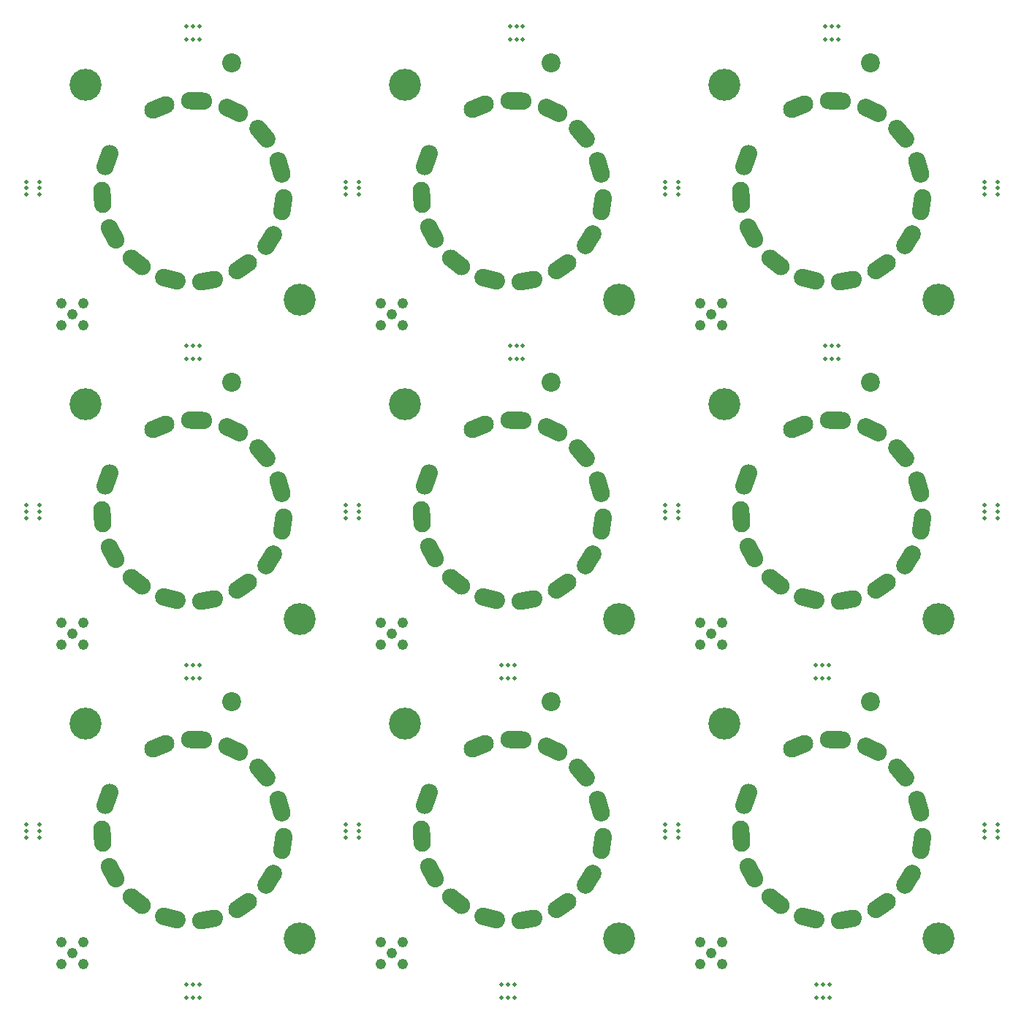
<source format=gbr>
%TF.GenerationSoftware,KiCad,Pcbnew,7.0.9*%
%TF.CreationDate,2024-10-30T14:50:37+01:00*%
%TF.ProjectId,panel,70616e65-6c2e-46b6-9963-61645f706362,rev?*%
%TF.SameCoordinates,Original*%
%TF.FileFunction,Soldermask,Bot*%
%TF.FilePolarity,Negative*%
%FSLAX46Y46*%
G04 Gerber Fmt 4.6, Leading zero omitted, Abs format (unit mm)*
G04 Created by KiCad (PCBNEW 7.0.9) date 2024-10-30 14:50:37*
%MOMM*%
%LPD*%
G01*
G04 APERTURE LIST*
G04 Aperture macros list*
%AMHorizOval*
0 Thick line with rounded ends*
0 $1 width*
0 $2 $3 position (X,Y) of the first rounded end (center of the circle)*
0 $4 $5 position (X,Y) of the second rounded end (center of the circle)*
0 Add line between two ends*
20,1,$1,$2,$3,$4,$5,0*
0 Add two circle primitives to create the rounded ends*
1,1,$1,$2,$3*
1,1,$1,$4,$5*%
G04 Aperture macros list end*
%ADD10C,0.500000*%
%ADD11C,2.200000*%
%ADD12C,1.240000*%
%ADD13HorizOval,2.000000X0.273616X0.751754X-0.273616X-0.751754X0*%
%ADD14HorizOval,2.000000X-0.055805X0.798051X0.055805X-0.798051X0*%
%ADD15HorizOval,2.000000X-0.375577X0.706358X0.375577X-0.706358X0*%
%ADD16HorizOval,2.000000X-0.630409X0.492529X0.630409X-0.492529X0*%
%ADD17HorizOval,2.000000X-0.776237X0.193538X0.776237X-0.193538X0*%
%ADD18HorizOval,2.000000X-0.787846X-0.138919X0.787846X0.138919X0*%
%ADD19HorizOval,2.000000X-0.663230X-0.447354X0.663230X0.447354X0*%
%ADD20HorizOval,2.000000X-0.423935X-0.678438X0.423935X0.678438X0*%
%ADD21HorizOval,2.000000X-0.111338X-0.792214X0.111338X0.792214X0*%
%ADD22HorizOval,2.000000X0.220510X-0.769009X-0.220510X0.769009X0*%
%ADD23HorizOval,2.000000X0.514230X-0.612836X-0.514230X0.612836X0*%
%ADD24HorizOval,2.000000X0.719035X-0.350697X-0.719035X0.350697X0*%
%ADD25HorizOval,2.000000X0.799513X-0.027920X-0.799513X0.027920X0*%
%ADD26HorizOval,2.000000X0.741747X0.299685X-0.741747X-0.299685X0*%
%ADD27C,3.700000*%
G04 APERTURE END LIST*
D10*
%TO.C,mouse-bite-2mm-slot*%
X103249775Y-122750000D03*
X104749775Y-122750000D03*
X103249775Y-122000000D03*
X104749775Y-122000000D03*
X103249775Y-121250000D03*
X104749775Y-121250000D03*
%TD*%
%TO.C,mouse-bite-2mm-slot*%
X103249775Y-85750000D03*
X104749775Y-85750000D03*
X103249775Y-85000000D03*
X104749775Y-85000000D03*
X103249775Y-84250000D03*
X104749775Y-84250000D03*
%TD*%
%TO.C,mouse-bite-2mm-slot*%
X103249775Y-48250000D03*
X104749775Y-48250000D03*
X103249775Y-47500000D03*
X104749775Y-47500000D03*
X103249775Y-46750000D03*
X104749775Y-46750000D03*
%TD*%
%TO.C,mouse-bite-2mm-slot*%
X214249775Y-48250000D03*
X215749775Y-48250000D03*
X214249775Y-47500000D03*
X215749775Y-47500000D03*
X214249775Y-46750000D03*
X215749775Y-46750000D03*
%TD*%
%TO.C,mouse-bite-2mm-slot*%
X214249775Y-85750000D03*
X215749775Y-85750000D03*
X214249775Y-85000000D03*
X215749775Y-85000000D03*
X214249775Y-84250000D03*
X215749775Y-84250000D03*
%TD*%
%TO.C,mouse-bite-2mm-slot*%
X194749775Y-139750000D03*
X194749775Y-141250000D03*
X195499775Y-139750000D03*
X195499775Y-141250000D03*
X196249775Y-139750000D03*
X196249775Y-141250000D03*
%TD*%
%TO.C,mouse-bite-2mm-slot*%
X214249775Y-122750000D03*
X215749775Y-122750000D03*
X214249775Y-122000000D03*
X215749775Y-122000000D03*
X214249775Y-121250000D03*
X215749775Y-121250000D03*
%TD*%
%TO.C,mouse-bite-2mm-slot*%
X158249775Y-139750000D03*
X158249775Y-141250000D03*
X158999775Y-139750000D03*
X158999775Y-141250000D03*
X159749775Y-139750000D03*
X159749775Y-141250000D03*
%TD*%
%TO.C,mouse-bite-2mm-slot*%
X195749775Y-28750000D03*
X195749775Y-30250000D03*
X196499775Y-28750000D03*
X196499775Y-30250000D03*
X197249775Y-28750000D03*
X197249775Y-30250000D03*
%TD*%
%TO.C,mouse-bite-2mm-slot*%
X159249775Y-28750000D03*
X159249775Y-30250000D03*
X159999775Y-28750000D03*
X159999775Y-30250000D03*
X160749775Y-28750000D03*
X160749775Y-30250000D03*
%TD*%
%TO.C,mouse-bite-2mm-slot*%
X121749775Y-28750000D03*
X121749775Y-30250000D03*
X122499775Y-28750000D03*
X122499775Y-30250000D03*
X123249775Y-28750000D03*
X123249775Y-30250000D03*
%TD*%
%TO.C,mouse-bite-2mm-slot*%
X178749775Y-46750000D03*
X177249775Y-46750000D03*
X178749775Y-47500000D03*
X177249775Y-47500000D03*
X178749775Y-48250000D03*
X177249775Y-48250000D03*
%TD*%
%TO.C,mouse-bite-2mm-slot*%
X178749775Y-84250000D03*
X177249775Y-84250000D03*
X178749775Y-85000000D03*
X177249775Y-85000000D03*
X178749775Y-85750000D03*
X177249775Y-85750000D03*
%TD*%
%TO.C,mouse-bite-2mm-slot*%
X178749775Y-121250000D03*
X177249775Y-121250000D03*
X178749775Y-122000000D03*
X177249775Y-122000000D03*
X178749775Y-122750000D03*
X177249775Y-122750000D03*
%TD*%
%TO.C,mouse-bite-2mm-slot*%
X140249775Y-122750000D03*
X141749775Y-122750000D03*
X140249775Y-122000000D03*
X141749775Y-122000000D03*
X140249775Y-121250000D03*
X141749775Y-121250000D03*
%TD*%
%TO.C,mouse-bite-2mm-slot*%
X140249775Y-85750000D03*
X141749775Y-85750000D03*
X140249775Y-85000000D03*
X141749775Y-85000000D03*
X140249775Y-84250000D03*
X141749775Y-84250000D03*
%TD*%
%TO.C,mouse-bite-2mm-slot*%
X140249775Y-48250000D03*
X141749775Y-48250000D03*
X140249775Y-47500000D03*
X141749775Y-47500000D03*
X140249775Y-46750000D03*
X141749775Y-46750000D03*
%TD*%
%TO.C,mouse-bite-2mm-slot*%
X121749775Y-139750000D03*
X121749775Y-141250000D03*
X122499775Y-139750000D03*
X122499775Y-141250000D03*
X123249775Y-139750000D03*
X123249775Y-141250000D03*
%TD*%
%TO.C,mouse-bite-2mm-slot*%
X159749775Y-104250000D03*
X158249775Y-104250000D03*
X158249775Y-102750000D03*
X159749775Y-102750000D03*
X158999775Y-104250000D03*
X158999775Y-102750000D03*
%TD*%
%TO.C,mouse-bite-2mm-slot*%
X195441975Y-102750000D03*
X195441975Y-104250000D03*
X196191975Y-102750000D03*
X194691975Y-102750000D03*
X194691975Y-104250000D03*
X196191975Y-104250000D03*
%TD*%
%TO.C,mouse-bite-2mm-slot*%
X196499775Y-65750000D03*
X196499775Y-67250000D03*
X197249775Y-65750000D03*
X195749775Y-65750000D03*
X195749775Y-67250000D03*
X197249775Y-67250000D03*
%TD*%
%TO.C,mouse-bite-2mm-slot*%
X160749775Y-67250000D03*
X159249775Y-67250000D03*
X159249775Y-65750000D03*
X160749775Y-65750000D03*
X159999775Y-67250000D03*
X159999775Y-65750000D03*
%TD*%
%TO.C,mouse-bite-2mm-slot*%
X121749775Y-102750000D03*
X121749775Y-104250000D03*
X122499775Y-102750000D03*
X122499775Y-104250000D03*
X123249775Y-102750000D03*
X123249775Y-104250000D03*
%TD*%
%TO.C,mouse-bite-2mm-slot*%
X123249775Y-67250000D03*
X121749775Y-67250000D03*
X121749775Y-65750000D03*
X123249775Y-65750000D03*
X122499775Y-67250000D03*
X122499775Y-65750000D03*
%TD*%
D11*
%TO.C,HV_GND*%
X200997975Y-106998200D03*
%TD*%
%TO.C,HV_GND*%
X163997975Y-106998200D03*
%TD*%
%TO.C,HV_GND*%
X126997975Y-107000000D03*
%TD*%
%TO.C,HV_GND*%
X200997975Y-69998200D03*
%TD*%
%TO.C,HV_GND*%
X163997975Y-69998200D03*
%TD*%
%TO.C,HV_GND*%
X126997975Y-70000000D03*
%TD*%
%TO.C,HV_GND*%
X200999775Y-32998200D03*
%TD*%
%TO.C,HV_GND*%
X163999775Y-32998200D03*
%TD*%
%TO.C,HV_GND*%
X126999775Y-33000000D03*
%TD*%
D12*
%TO.C,OUT*%
X144324975Y-134841400D03*
X144324975Y-137381400D03*
X146864975Y-134841400D03*
X146864975Y-137381400D03*
X145594975Y-136111400D03*
%TD*%
%TO.C,OUT*%
X107324975Y-134843200D03*
X107324975Y-137383200D03*
X109864975Y-134843200D03*
X109864975Y-137383200D03*
X108594975Y-136113200D03*
%TD*%
%TO.C,OUT*%
X182594975Y-136111400D03*
X183864975Y-137381400D03*
X183864975Y-134841400D03*
X181324975Y-137381400D03*
X181324975Y-134841400D03*
%TD*%
%TO.C,OUT*%
X144324975Y-97841400D03*
X144324975Y-100381400D03*
X146864975Y-97841400D03*
X146864975Y-100381400D03*
X145594975Y-99111400D03*
%TD*%
%TO.C,OUT*%
X107324975Y-97843200D03*
X107324975Y-100383200D03*
X109864975Y-97843200D03*
X109864975Y-100383200D03*
X108594975Y-99113200D03*
%TD*%
%TO.C,OUT*%
X182594975Y-99111400D03*
X183864975Y-100381400D03*
X183864975Y-97841400D03*
X181324975Y-100381400D03*
X181324975Y-97841400D03*
%TD*%
%TO.C,OUT*%
X182596775Y-62111400D03*
X183866775Y-63381400D03*
X183866775Y-60841400D03*
X181326775Y-63381400D03*
X181326775Y-60841400D03*
%TD*%
%TO.C,OUT*%
X144326775Y-60841400D03*
X144326775Y-63381400D03*
X146866775Y-60841400D03*
X146866775Y-63381400D03*
X145596775Y-62111400D03*
%TD*%
%TO.C,OUT*%
X107326775Y-60843200D03*
X107326775Y-63383200D03*
X109866775Y-60843200D03*
X109866775Y-63383200D03*
X108596775Y-62113200D03*
%TD*%
D13*
%TO.C,U1x3*%
X186650492Y-44221491D03*
D14*
X186011789Y-48546643D03*
D15*
X187187510Y-52757658D03*
D16*
X189974348Y-56126395D03*
D17*
X193890456Y-58070381D03*
D18*
X198258681Y-58253482D03*
D19*
X202323728Y-56644029D03*
D20*
X205382708Y-53520318D03*
D21*
X206906703Y-49422472D03*
D22*
X206632186Y-45059035D03*
D23*
X204606657Y-41184491D03*
D24*
X201180304Y-38468785D03*
D25*
X196945601Y-37381483D03*
D26*
X192634757Y-38110592D03*
D27*
X208852648Y-60384485D03*
X184062646Y-35494488D03*
%TD*%
D13*
%TO.C,U2x3*%
X186648692Y-81221641D03*
D14*
X186009989Y-85546793D03*
D15*
X187185710Y-89757808D03*
D16*
X189972548Y-93126545D03*
D17*
X193888656Y-95070531D03*
D18*
X198256881Y-95253632D03*
D19*
X202321928Y-93644179D03*
D20*
X205380908Y-90520468D03*
D21*
X206904903Y-86422622D03*
D22*
X206630386Y-82059185D03*
D23*
X204604857Y-78184641D03*
D24*
X201178504Y-75468935D03*
D25*
X196943801Y-74381633D03*
D26*
X192632957Y-75110742D03*
D27*
X208850848Y-97384635D03*
X184060846Y-72494638D03*
%TD*%
D13*
%TO.C,U3x3*%
X186648692Y-118221791D03*
D14*
X186009989Y-122546943D03*
D15*
X187185710Y-126757958D03*
D16*
X189972548Y-130126695D03*
D17*
X193888656Y-132070681D03*
D18*
X198256881Y-132253782D03*
D19*
X202321928Y-130644329D03*
D20*
X205380908Y-127520618D03*
D21*
X206904903Y-123422772D03*
D22*
X206630386Y-119059335D03*
D23*
X204604857Y-115184791D03*
D24*
X201178504Y-112469085D03*
D25*
X196943801Y-111381783D03*
D26*
X192632957Y-112110892D03*
D27*
X208850848Y-134384785D03*
X184060846Y-109494788D03*
%TD*%
%TO.C,U2x2*%
X147060696Y-72494638D03*
X171850698Y-97384635D03*
D26*
X155632807Y-75110742D03*
D25*
X159943651Y-74381633D03*
D24*
X164178354Y-75468935D03*
D23*
X167604707Y-78184641D03*
D22*
X169630236Y-82059185D03*
D21*
X169904753Y-86422622D03*
D20*
X168380758Y-90520468D03*
D19*
X165321778Y-93644179D03*
D18*
X161256731Y-95253632D03*
D17*
X156888506Y-95070531D03*
D16*
X152972398Y-93126545D03*
D15*
X150185560Y-89757808D03*
D14*
X149009839Y-85546793D03*
D13*
X149648542Y-81221641D03*
%TD*%
D27*
%TO.C,U2x1*%
X110060546Y-72496438D03*
X134850548Y-97386435D03*
D26*
X118632657Y-75112542D03*
D25*
X122943501Y-74383433D03*
D24*
X127178204Y-75470735D03*
D23*
X130604557Y-78186441D03*
D22*
X132630086Y-82060985D03*
D21*
X132904603Y-86424422D03*
D20*
X131380608Y-90522268D03*
D19*
X128321628Y-93645979D03*
D18*
X124256581Y-95255432D03*
D17*
X119888356Y-95072331D03*
D16*
X115972248Y-93128345D03*
D15*
X113185410Y-89759608D03*
D14*
X112009689Y-85548593D03*
D13*
X112648392Y-81223441D03*
%TD*%
D27*
%TO.C,U3x1*%
X110060546Y-109496588D03*
X134850548Y-134386585D03*
D26*
X118632657Y-112112692D03*
D25*
X122943501Y-111383583D03*
D24*
X127178204Y-112470885D03*
D23*
X130604557Y-115186591D03*
D22*
X132630086Y-119061135D03*
D21*
X132904603Y-123424572D03*
D20*
X131380608Y-127522418D03*
D19*
X128321628Y-130646129D03*
D18*
X124256581Y-132255582D03*
D17*
X119888356Y-132072481D03*
D16*
X115972248Y-130128495D03*
D15*
X113185410Y-126759758D03*
D14*
X112009689Y-122548743D03*
D13*
X112648392Y-118223591D03*
%TD*%
D27*
%TO.C,U1x1*%
X110062346Y-35496288D03*
X134852348Y-60386285D03*
D26*
X118634457Y-38112392D03*
D25*
X122945301Y-37383283D03*
D24*
X127180004Y-38470585D03*
D23*
X130606357Y-41186291D03*
D22*
X132631886Y-45060835D03*
D21*
X132906403Y-49424272D03*
D20*
X131382408Y-53522118D03*
D19*
X128323428Y-56645829D03*
D18*
X124258381Y-58255282D03*
D17*
X119890156Y-58072181D03*
D16*
X115974048Y-56128195D03*
D15*
X113187210Y-52759458D03*
D14*
X112011489Y-48548443D03*
D13*
X112650192Y-44223291D03*
%TD*%
D27*
%TO.C,U1x2*%
X147062496Y-35494488D03*
X171852498Y-60384485D03*
D26*
X155634607Y-38110592D03*
D25*
X159945451Y-37381483D03*
D24*
X164180154Y-38468785D03*
D23*
X167606507Y-41184491D03*
D22*
X169632036Y-45059035D03*
D21*
X169906553Y-49422472D03*
D20*
X168382558Y-53520318D03*
D19*
X165323578Y-56644029D03*
D18*
X161258531Y-58253482D03*
D17*
X156890306Y-58070381D03*
D16*
X152974198Y-56126395D03*
D15*
X150187360Y-52757658D03*
D14*
X149011639Y-48546643D03*
D13*
X149650342Y-44221491D03*
%TD*%
D27*
%TO.C,U3x2*%
X147060696Y-109494788D03*
X171850698Y-134384785D03*
D26*
X155632807Y-112110892D03*
D25*
X159943651Y-111381783D03*
D24*
X164178354Y-112469085D03*
D23*
X167604707Y-115184791D03*
D22*
X169630236Y-119059335D03*
D21*
X169904753Y-123422772D03*
D20*
X168380758Y-127520618D03*
D19*
X165321778Y-130644329D03*
D18*
X161256731Y-132253782D03*
D17*
X156888506Y-132070681D03*
D16*
X152972398Y-130126695D03*
D15*
X150185560Y-126757958D03*
D14*
X149009839Y-122546943D03*
D13*
X149648542Y-118221791D03*
%TD*%
M02*

</source>
